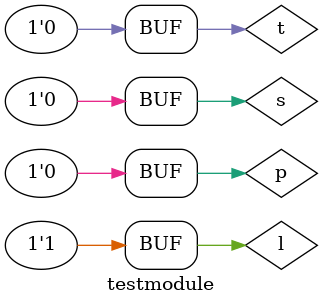
<source format=v>
`timescale 1ns / 1ps


module testmodule;
    reg l;
    reg t;
    reg p;
    reg s;
    wire ok;
    wire danger;
    wire alert;
    lamprob uut(
    .l(l) ,
    .t(t) ,
    .p(p) ,
    .s(s) ,
    .ok(ok) ,
    .danger(danger) ,
    .alert(alert) 
    );
    initial begin
      l=1;
      t=0;
      p=0;
      s=0;
    end
endmodule

</source>
